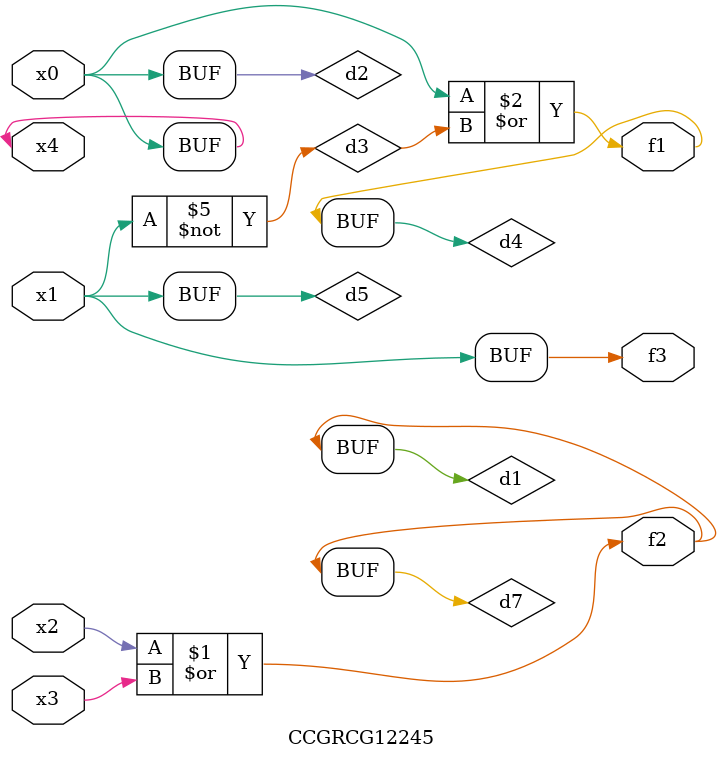
<source format=v>
module CCGRCG12245(
	input x0, x1, x2, x3, x4,
	output f1, f2, f3
);

	wire d1, d2, d3, d4, d5, d6, d7;

	or (d1, x2, x3);
	buf (d2, x0, x4);
	not (d3, x1);
	or (d4, d2, d3);
	not (d5, d3);
	nand (d6, d1, d3);
	or (d7, d1);
	assign f1 = d4;
	assign f2 = d7;
	assign f3 = d5;
endmodule

</source>
